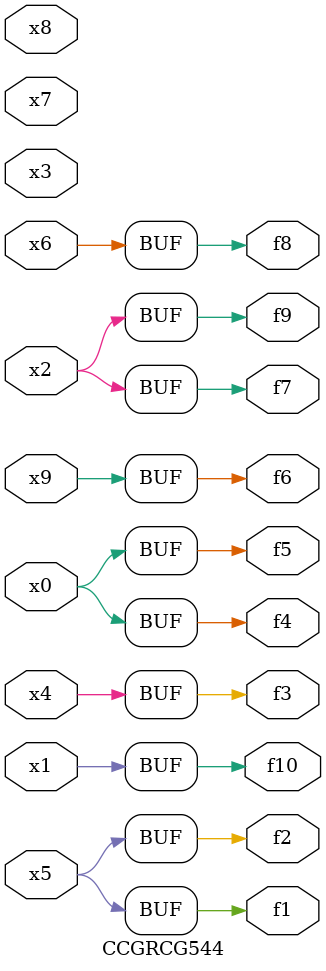
<source format=v>
module CCGRCG544(
	input x0, x1, x2, x3, x4, x5, x6, x7, x8, x9,
	output f1, f2, f3, f4, f5, f6, f7, f8, f9, f10
);
	assign f1 = x5;
	assign f2 = x5;
	assign f3 = x4;
	assign f4 = x0;
	assign f5 = x0;
	assign f6 = x9;
	assign f7 = x2;
	assign f8 = x6;
	assign f9 = x2;
	assign f10 = x1;
endmodule

</source>
